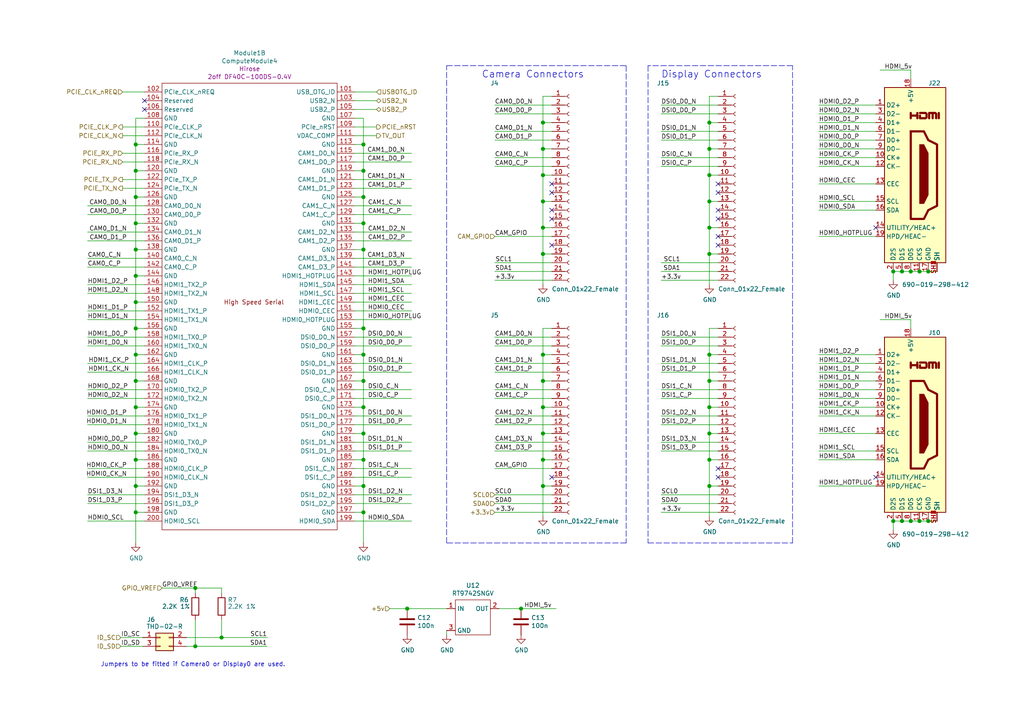
<source format=kicad_sch>
(kicad_sch (version 20210126) (generator eeschema)
  (paper "A4")
  (title_block (title "Compute Module 4 IO Board - CM4 - Highspeed") (rev "1") (company "(c) Raspberry Pi Trading 2020") (comment 1 "www.raspberrypi.org"))
  (junction (at 39.37 41.91) (diameter 1.016))
  (junction (at 39.37 49.53) (diameter 1.016))
  (junction (at 39.37 57.15) (diameter 1.016))
  (junction (at 39.37 64.77) (diameter 1.016))
  (junction (at 39.37 72.39) (diameter 1.016))
  (junction (at 39.37 80.01) (diameter 1.016))
  (junction (at 39.37 87.63) (diameter 1.016))
  (junction (at 39.37 95.25) (diameter 1.016))
  (junction (at 39.37 102.87) (diameter 1.016))
  (junction (at 39.37 110.49) (diameter 1.016))
  (junction (at 39.37 118.11) (diameter 1.016))
  (junction (at 39.37 125.73) (diameter 1.016))
  (junction (at 39.37 133.35) (diameter 1.016))
  (junction (at 39.37 140.97) (diameter 1.016))
  (junction (at 39.37 148.59) (diameter 1.016))
  (junction (at 56.642 170.561) (diameter 1.016))
  (junction (at 56.642 187.452) (diameter 1.016))
  (junction (at 64.262 184.912) (diameter 1.016))
  (junction (at 105.41 41.91) (diameter 1.016))
  (junction (at 105.41 49.53) (diameter 1.016))
  (junction (at 105.41 57.15) (diameter 1.016))
  (junction (at 105.41 64.77) (diameter 1.016))
  (junction (at 105.41 72.39) (diameter 1.016))
  (junction (at 105.41 95.25) (diameter 1.016))
  (junction (at 105.41 102.87) (diameter 1.016))
  (junction (at 105.41 110.49) (diameter 1.016))
  (junction (at 105.41 118.11) (diameter 1.016))
  (junction (at 105.41 125.73) (diameter 1.016))
  (junction (at 105.41 133.35) (diameter 1.016))
  (junction (at 105.41 140.97) (diameter 1.016))
  (junction (at 105.41 148.59) (diameter 1.016))
  (junction (at 118.11 176.53) (diameter 1.016))
  (junction (at 151.13 176.53) (diameter 1.016))
  (junction (at 157.48 35.56) (diameter 1.016))
  (junction (at 157.48 43.18) (diameter 1.016))
  (junction (at 157.48 50.8) (diameter 1.016))
  (junction (at 157.48 58.42) (diameter 1.016))
  (junction (at 157.48 66.04) (diameter 1.016))
  (junction (at 157.48 73.66) (diameter 1.016))
  (junction (at 157.48 102.87) (diameter 1.016))
  (junction (at 157.48 110.49) (diameter 1.016))
  (junction (at 157.48 118.11) (diameter 1.016))
  (junction (at 157.48 125.73) (diameter 1.016))
  (junction (at 157.48 133.35) (diameter 1.016))
  (junction (at 157.48 140.97) (diameter 1.016))
  (junction (at 205.74 35.56) (diameter 1.016))
  (junction (at 205.74 43.18) (diameter 1.016))
  (junction (at 205.74 50.8) (diameter 1.016))
  (junction (at 205.74 58.42) (diameter 1.016))
  (junction (at 205.74 66.04) (diameter 1.016))
  (junction (at 205.74 73.66) (diameter 1.016))
  (junction (at 205.74 102.87) (diameter 1.016))
  (junction (at 205.74 110.49) (diameter 1.016))
  (junction (at 205.74 118.11) (diameter 1.016))
  (junction (at 205.74 125.73) (diameter 1.016))
  (junction (at 205.74 133.35) (diameter 1.016))
  (junction (at 205.74 140.97) (diameter 1.016))
  (junction (at 259.08 78.74) (diameter 1.016))
  (junction (at 259.08 151.13) (diameter 1.016))
  (junction (at 261.62 78.74) (diameter 1.016))
  (junction (at 261.62 151.13) (diameter 1.016))
  (junction (at 264.16 78.74) (diameter 1.016))
  (junction (at 264.16 151.13) (diameter 1.016))
  (junction (at 266.7 78.74) (diameter 1.016))
  (junction (at 266.7 151.13) (diameter 1.016))
  (junction (at 269.24 78.74) (diameter 1.016))
  (junction (at 269.24 151.13) (diameter 1.016))
  (no_connect (at 41.91 29.21))
  (no_connect (at 41.91 31.75))
  (no_connect (at 160.02 53.34))
  (no_connect (at 160.02 55.88))
  (no_connect (at 160.02 60.96))
  (no_connect (at 160.02 63.5))
  (no_connect (at 160.02 71.12))
  (no_connect (at 160.02 138.43))
  (no_connect (at 208.28 53.34))
  (no_connect (at 208.28 55.88))
  (no_connect (at 208.28 60.96))
  (no_connect (at 208.28 63.5))
  (no_connect (at 208.28 68.58))
  (no_connect (at 208.28 71.12))
  (no_connect (at 208.28 135.89))
  (no_connect (at 208.28 138.43))
  (no_connect (at 254 66.04))
  (no_connect (at 254 138.43))
  (wire (pts (xy 25.4 74.93) (xy 41.91 74.93)))
  (wire (pts (xy 25.4 77.47) (xy 41.91 77.47)))
  (wire (pts (xy 25.4 82.55) (xy 41.91 82.55)))
  (wire (pts (xy 25.4 85.09) (xy 41.91 85.09)))
  (wire (pts (xy 25.4 90.17) (xy 41.91 90.17)))
  (wire (pts (xy 25.4 92.71) (xy 41.91 92.71)))
  (wire (pts (xy 25.4 97.79) (xy 41.91 97.79)))
  (wire (pts (xy 25.4 100.33) (xy 41.91 100.33)))
  (wire (pts (xy 25.4 113.03) (xy 41.91 113.03)))
  (wire (pts (xy 25.4 115.57) (xy 41.91 115.57)))
  (wire (pts (xy 25.4 128.27) (xy 41.91 128.27)))
  (wire (pts (xy 25.4 130.81) (xy 41.91 130.81)))
  (wire (pts (xy 25.4 143.51) (xy 41.91 143.51)))
  (wire (pts (xy 25.4 146.05) (xy 41.91 146.05)))
  (wire (pts (xy 25.4 151.13) (xy 41.91 151.13)))
  (wire (pts (xy 35.052 184.912) (xy 41.402 184.912)))
  (wire (pts (xy 35.052 187.452) (xy 41.402 187.452)))
  (wire (pts (xy 35.56 26.67) (xy 41.91 26.67)))
  (wire (pts (xy 35.56 36.83) (xy 41.91 36.83)))
  (wire (pts (xy 35.56 39.37) (xy 41.91 39.37)))
  (wire (pts (xy 35.56 52.07) (xy 41.91 52.07)))
  (wire (pts (xy 35.56 54.61) (xy 41.91 54.61)))
  (wire (pts (xy 39.37 34.29) (xy 39.37 41.91)))
  (wire (pts (xy 39.37 41.91) (xy 39.37 49.53)))
  (wire (pts (xy 39.37 41.91) (xy 41.91 41.91)))
  (wire (pts (xy 39.37 49.53) (xy 39.37 57.15)))
  (wire (pts (xy 39.37 49.53) (xy 41.91 49.53)))
  (wire (pts (xy 39.37 57.15) (xy 39.37 64.77)))
  (wire (pts (xy 39.37 57.15) (xy 41.91 57.15)))
  (wire (pts (xy 39.37 64.77) (xy 39.37 72.39)))
  (wire (pts (xy 39.37 64.77) (xy 41.91 64.77)))
  (wire (pts (xy 39.37 72.39) (xy 39.37 80.01)))
  (wire (pts (xy 39.37 72.39) (xy 41.91 72.39)))
  (wire (pts (xy 39.37 80.01) (xy 39.37 87.63)))
  (wire (pts (xy 39.37 80.01) (xy 41.91 80.01)))
  (wire (pts (xy 39.37 87.63) (xy 39.37 95.25)))
  (wire (pts (xy 39.37 87.63) (xy 41.91 87.63)))
  (wire (pts (xy 39.37 95.25) (xy 39.37 102.87)))
  (wire (pts (xy 39.37 95.25) (xy 41.91 95.25)))
  (wire (pts (xy 39.37 102.87) (xy 39.37 110.49)))
  (wire (pts (xy 39.37 102.87) (xy 41.91 102.87)))
  (wire (pts (xy 39.37 110.49) (xy 39.37 118.11)))
  (wire (pts (xy 39.37 110.49) (xy 41.91 110.49)))
  (wire (pts (xy 39.37 118.11) (xy 39.37 125.73)))
  (wire (pts (xy 39.37 118.11) (xy 41.91 118.11)))
  (wire (pts (xy 39.37 125.73) (xy 39.37 133.35)))
  (wire (pts (xy 39.37 125.73) (xy 41.91 125.73)))
  (wire (pts (xy 39.37 133.35) (xy 39.37 140.97)))
  (wire (pts (xy 39.37 133.35) (xy 41.91 133.35)))
  (wire (pts (xy 39.37 140.97) (xy 39.37 148.59)))
  (wire (pts (xy 39.37 148.59) (xy 39.37 157.48)))
  (wire (pts (xy 41.91 34.29) (xy 39.37 34.29)))
  (wire (pts (xy 41.91 44.45) (xy 35.56 44.45)))
  (wire (pts (xy 41.91 46.99) (xy 35.56 46.99)))
  (wire (pts (xy 41.91 59.69) (xy 25.4 59.69)))
  (wire (pts (xy 41.91 62.23) (xy 25.4 62.23)))
  (wire (pts (xy 41.91 67.31) (xy 25.4 67.31)))
  (wire (pts (xy 41.91 69.85) (xy 25.4 69.85)))
  (wire (pts (xy 41.91 105.41) (xy 25.4 105.41)))
  (wire (pts (xy 41.91 107.95) (xy 25.4 107.95)))
  (wire (pts (xy 41.91 120.65) (xy 25.4 120.65)))
  (wire (pts (xy 41.91 123.19) (xy 25.4 123.19)))
  (wire (pts (xy 41.91 135.89) (xy 25.4 135.89)))
  (wire (pts (xy 41.91 138.43) (xy 25.4 138.43)))
  (wire (pts (xy 41.91 140.97) (xy 39.37 140.97)))
  (wire (pts (xy 41.91 148.59) (xy 39.37 148.59)))
  (wire (pts (xy 46.99 170.561) (xy 56.642 170.561)))
  (wire (pts (xy 54.102 184.912) (xy 64.262 184.912)))
  (wire (pts (xy 54.102 187.452) (xy 56.642 187.452)))
  (wire (pts (xy 56.642 170.561) (xy 56.642 172.085)))
  (wire (pts (xy 56.642 170.561) (xy 64.262 170.561)))
  (wire (pts (xy 56.642 179.705) (xy 56.642 187.452)))
  (wire (pts (xy 56.642 187.452) (xy 77.47 187.452)))
  (wire (pts (xy 64.262 170.561) (xy 64.262 172.085)))
  (wire (pts (xy 64.262 179.705) (xy 64.262 184.912)))
  (wire (pts (xy 64.262 184.912) (xy 77.597 184.912)))
  (wire (pts (xy 102.87 29.21) (xy 109.22 29.21)))
  (wire (pts (xy 102.87 31.75) (xy 109.22 31.75)))
  (wire (pts (xy 102.87 36.83) (xy 109.22 36.83)))
  (wire (pts (xy 102.87 39.37) (xy 109.22 39.37)))
  (wire (pts (xy 102.87 41.91) (xy 105.41 41.91)))
  (wire (pts (xy 102.87 49.53) (xy 105.41 49.53)))
  (wire (pts (xy 102.87 57.15) (xy 105.41 57.15)))
  (wire (pts (xy 102.87 59.69) (xy 119.38 59.69)))
  (wire (pts (xy 102.87 62.23) (xy 119.38 62.23)))
  (wire (pts (xy 102.87 64.77) (xy 105.41 64.77)))
  (wire (pts (xy 102.87 67.31) (xy 119.38 67.31)))
  (wire (pts (xy 102.87 69.85) (xy 119.38 69.85)))
  (wire (pts (xy 102.87 72.39) (xy 105.41 72.39)))
  (wire (pts (xy 102.87 80.01) (xy 119.38 80.01)))
  (wire (pts (xy 102.87 82.55) (xy 119.38 82.55)))
  (wire (pts (xy 102.87 85.09) (xy 119.38 85.09)))
  (wire (pts (xy 102.87 87.63) (xy 119.38 87.63)))
  (wire (pts (xy 102.87 90.17) (xy 119.38 90.17)))
  (wire (pts (xy 102.87 92.71) (xy 119.38 92.71)))
  (wire (pts (xy 102.87 95.25) (xy 105.41 95.25)))
  (wire (pts (xy 102.87 102.87) (xy 105.41 102.87)))
  (wire (pts (xy 102.87 105.41) (xy 119.38 105.41)))
  (wire (pts (xy 102.87 107.95) (xy 119.38 107.95)))
  (wire (pts (xy 102.87 110.49) (xy 105.41 110.49)))
  (wire (pts (xy 102.87 113.03) (xy 119.38 113.03)))
  (wire (pts (xy 102.87 115.57) (xy 119.38 115.57)))
  (wire (pts (xy 102.87 118.11) (xy 105.41 118.11)))
  (wire (pts (xy 102.87 125.73) (xy 105.41 125.73)))
  (wire (pts (xy 102.87 133.35) (xy 105.41 133.35)))
  (wire (pts (xy 102.87 135.89) (xy 119.38 135.89)))
  (wire (pts (xy 102.87 138.43) (xy 119.38 138.43)))
  (wire (pts (xy 102.87 140.97) (xy 105.41 140.97)))
  (wire (pts (xy 102.87 143.51) (xy 119.38 143.51)))
  (wire (pts (xy 102.87 146.05) (xy 119.38 146.05)))
  (wire (pts (xy 102.87 148.59) (xy 105.41 148.59)))
  (wire (pts (xy 102.87 151.13) (xy 119.38 151.13)))
  (wire (pts (xy 105.41 34.29) (xy 102.87 34.29)))
  (wire (pts (xy 105.41 41.91) (xy 105.41 34.29)))
  (wire (pts (xy 105.41 49.53) (xy 105.41 41.91)))
  (wire (pts (xy 105.41 57.15) (xy 105.41 49.53)))
  (wire (pts (xy 105.41 64.77) (xy 105.41 57.15)))
  (wire (pts (xy 105.41 72.39) (xy 105.41 64.77)))
  (wire (pts (xy 105.41 72.39) (xy 105.41 95.25)))
  (wire (pts (xy 105.41 95.25) (xy 105.41 102.87)))
  (wire (pts (xy 105.41 102.87) (xy 105.41 110.49)))
  (wire (pts (xy 105.41 110.49) (xy 105.41 118.11)))
  (wire (pts (xy 105.41 118.11) (xy 105.41 125.73)))
  (wire (pts (xy 105.41 125.73) (xy 105.41 133.35)))
  (wire (pts (xy 105.41 133.35) (xy 105.41 140.97)))
  (wire (pts (xy 105.41 140.97) (xy 105.41 148.59)))
  (wire (pts (xy 105.41 148.59) (xy 105.41 157.48)))
  (wire (pts (xy 109.22 26.67) (xy 102.87 26.67)))
  (wire (pts (xy 113.03 176.53) (xy 118.11 176.53)))
  (wire (pts (xy 118.11 176.53) (xy 129.54 176.53)))
  (wire (pts (xy 119.38 44.45) (xy 102.87 44.45)))
  (wire (pts (xy 119.38 46.99) (xy 102.87 46.99)))
  (wire (pts (xy 119.38 52.07) (xy 102.87 52.07)))
  (wire (pts (xy 119.38 54.61) (xy 102.87 54.61)))
  (wire (pts (xy 119.38 74.93) (xy 102.87 74.93)))
  (wire (pts (xy 119.38 77.47) (xy 102.87 77.47)))
  (wire (pts (xy 119.38 97.79) (xy 102.87 97.79)))
  (wire (pts (xy 119.38 100.33) (xy 102.87 100.33)))
  (wire (pts (xy 119.38 120.65) (xy 102.87 120.65)))
  (wire (pts (xy 119.38 123.19) (xy 102.87 123.19)))
  (wire (pts (xy 119.38 128.27) (xy 102.87 128.27)))
  (wire (pts (xy 119.38 130.81) (xy 102.87 130.81)))
  (wire (pts (xy 129.54 182.88) (xy 129.54 184.15)))
  (wire (pts (xy 143.51 30.48) (xy 160.02 30.48)))
  (wire (pts (xy 143.51 33.02) (xy 160.02 33.02)))
  (wire (pts (xy 143.51 38.1) (xy 160.02 38.1)))
  (wire (pts (xy 143.51 40.64) (xy 160.02 40.64)))
  (wire (pts (xy 143.51 45.72) (xy 160.02 45.72)))
  (wire (pts (xy 143.51 48.26) (xy 160.02 48.26)))
  (wire (pts (xy 143.51 97.79) (xy 160.02 97.79)))
  (wire (pts (xy 143.51 100.33) (xy 160.02 100.33)))
  (wire (pts (xy 143.51 105.41) (xy 160.02 105.41)))
  (wire (pts (xy 143.51 107.95) (xy 160.02 107.95)))
  (wire (pts (xy 143.51 113.03) (xy 160.02 113.03)))
  (wire (pts (xy 143.51 115.57) (xy 160.02 115.57)))
  (wire (pts (xy 143.51 120.65) (xy 160.02 120.65)))
  (wire (pts (xy 143.51 123.19) (xy 160.02 123.19)))
  (wire (pts (xy 143.51 128.27) (xy 160.02 128.27)))
  (wire (pts (xy 143.51 130.81) (xy 160.02 130.81)))
  (wire (pts (xy 143.51 135.89) (xy 160.02 135.89)))
  (wire (pts (xy 144.78 176.53) (xy 151.13 176.53)))
  (wire (pts (xy 151.13 176.53) (xy 161.29 176.53)))
  (wire (pts (xy 157.48 27.94) (xy 157.48 35.56)))
  (wire (pts (xy 157.48 35.56) (xy 157.48 43.18)))
  (wire (pts (xy 157.48 35.56) (xy 160.02 35.56)))
  (wire (pts (xy 157.48 43.18) (xy 157.48 50.8)))
  (wire (pts (xy 157.48 43.18) (xy 160.02 43.18)))
  (wire (pts (xy 157.48 50.8) (xy 157.48 58.42)))
  (wire (pts (xy 157.48 50.8) (xy 160.02 50.8)))
  (wire (pts (xy 157.48 58.42) (xy 157.48 66.04)))
  (wire (pts (xy 157.48 58.42) (xy 160.02 58.42)))
  (wire (pts (xy 157.48 66.04) (xy 157.48 73.66)))
  (wire (pts (xy 157.48 66.04) (xy 160.02 66.04)))
  (wire (pts (xy 157.48 73.66) (xy 157.48 82.55)))
  (wire (pts (xy 157.48 73.66) (xy 160.02 73.66)))
  (wire (pts (xy 157.48 95.25) (xy 157.48 102.87)))
  (wire (pts (xy 157.48 102.87) (xy 157.48 110.49)))
  (wire (pts (xy 157.48 102.87) (xy 160.02 102.87)))
  (wire (pts (xy 157.48 110.49) (xy 157.48 118.11)))
  (wire (pts (xy 157.48 110.49) (xy 160.02 110.49)))
  (wire (pts (xy 157.48 118.11) (xy 157.48 125.73)))
  (wire (pts (xy 157.48 118.11) (xy 160.02 118.11)))
  (wire (pts (xy 157.48 125.73) (xy 157.48 133.35)))
  (wire (pts (xy 157.48 125.73) (xy 160.02 125.73)))
  (wire (pts (xy 157.48 133.35) (xy 157.48 140.97)))
  (wire (pts (xy 157.48 133.35) (xy 160.02 133.35)))
  (wire (pts (xy 157.48 140.97) (xy 157.48 149.86)))
  (wire (pts (xy 157.48 140.97) (xy 160.02 140.97)))
  (wire (pts (xy 160.02 27.94) (xy 157.48 27.94)))
  (wire (pts (xy 160.02 68.58) (xy 143.51 68.58)))
  (wire (pts (xy 160.02 76.2) (xy 143.51 76.2)))
  (wire (pts (xy 160.02 78.74) (xy 143.51 78.74)))
  (wire (pts (xy 160.02 81.28) (xy 143.51 81.28)))
  (wire (pts (xy 160.02 95.25) (xy 157.48 95.25)))
  (wire (pts (xy 160.02 143.51) (xy 143.51 143.51)))
  (wire (pts (xy 160.02 146.05) (xy 143.51 146.05)))
  (wire (pts (xy 160.02 148.59) (xy 143.51 148.59)))
  (wire (pts (xy 191.77 30.48) (xy 208.28 30.48)))
  (wire (pts (xy 191.77 33.02) (xy 208.28 33.02)))
  (wire (pts (xy 191.77 38.1) (xy 208.28 38.1)))
  (wire (pts (xy 191.77 40.64) (xy 208.28 40.64)))
  (wire (pts (xy 191.77 45.72) (xy 208.28 45.72)))
  (wire (pts (xy 191.77 48.26) (xy 208.28 48.26)))
  (wire (pts (xy 191.77 97.79) (xy 208.28 97.79)))
  (wire (pts (xy 191.77 100.33) (xy 208.28 100.33)))
  (wire (pts (xy 191.77 105.41) (xy 208.28 105.41)))
  (wire (pts (xy 191.77 107.95) (xy 208.28 107.95)))
  (wire (pts (xy 191.77 113.03) (xy 208.28 113.03)))
  (wire (pts (xy 191.77 115.57) (xy 208.28 115.57)))
  (wire (pts (xy 191.77 120.65) (xy 208.28 120.65)))
  (wire (pts (xy 191.77 123.19) (xy 208.28 123.19)))
  (wire (pts (xy 191.77 128.27) (xy 208.28 128.27)))
  (wire (pts (xy 191.77 130.81) (xy 208.28 130.81)))
  (wire (pts (xy 205.74 27.94) (xy 205.74 35.56)))
  (wire (pts (xy 205.74 35.56) (xy 205.74 43.18)))
  (wire (pts (xy 205.74 35.56) (xy 208.28 35.56)))
  (wire (pts (xy 205.74 43.18) (xy 205.74 50.8)))
  (wire (pts (xy 205.74 43.18) (xy 208.28 43.18)))
  (wire (pts (xy 205.74 50.8) (xy 205.74 58.42)))
  (wire (pts (xy 205.74 50.8) (xy 208.28 50.8)))
  (wire (pts (xy 205.74 58.42) (xy 205.74 66.04)))
  (wire (pts (xy 205.74 58.42) (xy 208.28 58.42)))
  (wire (pts (xy 205.74 66.04) (xy 205.74 73.66)))
  (wire (pts (xy 205.74 66.04) (xy 208.28 66.04)))
  (wire (pts (xy 205.74 73.66) (xy 205.74 82.55)))
  (wire (pts (xy 205.74 73.66) (xy 208.28 73.66)))
  (wire (pts (xy 205.74 95.25) (xy 205.74 102.87)))
  (wire (pts (xy 205.74 102.87) (xy 205.74 110.49)))
  (wire (pts (xy 205.74 102.87) (xy 208.28 102.87)))
  (wire (pts (xy 205.74 110.49) (xy 205.74 118.11)))
  (wire (pts (xy 205.74 110.49) (xy 208.28 110.49)))
  (wire (pts (xy 205.74 118.11) (xy 205.74 125.73)))
  (wire (pts (xy 205.74 118.11) (xy 208.28 118.11)))
  (wire (pts (xy 205.74 125.73) (xy 205.74 133.35)))
  (wire (pts (xy 205.74 125.73) (xy 208.28 125.73)))
  (wire (pts (xy 205.74 133.35) (xy 205.74 140.97)))
  (wire (pts (xy 205.74 133.35) (xy 208.28 133.35)))
  (wire (pts (xy 205.74 140.97) (xy 205.74 149.86)))
  (wire (pts (xy 205.74 140.97) (xy 208.28 140.97)))
  (wire (pts (xy 208.28 27.94) (xy 205.74 27.94)))
  (wire (pts (xy 208.28 76.2) (xy 191.77 76.2)))
  (wire (pts (xy 208.28 78.74) (xy 191.77 78.74)))
  (wire (pts (xy 208.28 81.28) (xy 191.77 81.28)))
  (wire (pts (xy 208.28 95.25) (xy 205.74 95.25)))
  (wire (pts (xy 208.28 143.51) (xy 191.77 143.51)))
  (wire (pts (xy 208.28 146.05) (xy 191.77 146.05)))
  (wire (pts (xy 208.28 148.59) (xy 191.77 148.59)))
  (wire (pts (xy 237.49 30.48) (xy 254 30.48)))
  (wire (pts (xy 237.49 33.02) (xy 254 33.02)))
  (wire (pts (xy 237.49 35.56) (xy 254 35.56)))
  (wire (pts (xy 237.49 38.1) (xy 254 38.1)))
  (wire (pts (xy 237.49 40.64) (xy 254 40.64)))
  (wire (pts (xy 237.49 43.18) (xy 254 43.18)))
  (wire (pts (xy 237.49 45.72) (xy 254 45.72)))
  (wire (pts (xy 237.49 48.26) (xy 254 48.26)))
  (wire (pts (xy 237.49 53.34) (xy 254 53.34)))
  (wire (pts (xy 237.49 58.42) (xy 254 58.42)))
  (wire (pts (xy 237.49 60.96) (xy 254 60.96)))
  (wire (pts (xy 237.49 68.58) (xy 254 68.58)))
  (wire (pts (xy 237.49 102.87) (xy 254 102.87)))
  (wire (pts (xy 237.49 105.41) (xy 254 105.41)))
  (wire (pts (xy 237.49 107.95) (xy 254 107.95)))
  (wire (pts (xy 237.49 110.49) (xy 254 110.49)))
  (wire (pts (xy 237.49 113.03) (xy 254 113.03)))
  (wire (pts (xy 237.49 115.57) (xy 254 115.57)))
  (wire (pts (xy 237.49 118.11) (xy 254 118.11)))
  (wire (pts (xy 237.49 120.65) (xy 254 120.65)))
  (wire (pts (xy 237.49 125.73) (xy 254 125.73)))
  (wire (pts (xy 237.49 130.81) (xy 254 130.81)))
  (wire (pts (xy 237.49 133.35) (xy 254 133.35)))
  (wire (pts (xy 237.49 140.97) (xy 254 140.97)))
  (wire (pts (xy 255.27 20.32) (xy 264.16 20.32)))
  (wire (pts (xy 255.27 92.71) (xy 264.16 92.71)))
  (wire (pts (xy 259.08 78.74) (xy 259.08 81.28)))
  (wire (pts (xy 259.08 78.74) (xy 261.62 78.74)))
  (wire (pts (xy 259.08 151.13) (xy 259.08 153.67)))
  (wire (pts (xy 259.08 151.13) (xy 261.62 151.13)))
  (wire (pts (xy 261.62 78.74) (xy 264.16 78.74)))
  (wire (pts (xy 261.62 151.13) (xy 264.16 151.13)))
  (wire (pts (xy 264.16 20.32) (xy 264.16 22.86)))
  (wire (pts (xy 264.16 78.74) (xy 266.7 78.74)))
  (wire (pts (xy 264.16 92.71) (xy 264.16 95.25)))
  (wire (pts (xy 264.16 151.13) (xy 266.7 151.13)))
  (wire (pts (xy 266.7 78.74) (xy 269.24 78.74)))
  (wire (pts (xy 266.7 151.13) (xy 269.24 151.13)))
  (wire (pts (xy 269.24 78.74) (xy 271.78 78.74)))
  (wire (pts (xy 269.24 151.13) (xy 271.78 151.13)))
  (polyline (pts (xy 129.54 19.05) (xy 181.61 19.05)) (stroke (width 0) (type dash)))
  (polyline (pts (xy 129.54 157.48) (xy 129.54 19.05)) (stroke (width 0) (type dash)))
  (polyline (pts (xy 181.61 19.05) (xy 181.61 157.48)) (stroke (width 0) (type dash)))
  (polyline (pts (xy 181.61 157.48) (xy 129.54 157.48)) (stroke (width 0) (type dash)))
  (polyline (pts (xy 187.96 19.05) (xy 187.96 157.48)) (stroke (width 0) (type dash)))
  (polyline (pts (xy 187.96 157.48) (xy 229.87 157.48)) (stroke (width 0) (type dash)))
  (polyline (pts (xy 229.87 19.05) (xy 187.96 19.05)) (stroke (width 0) (type dash)))
  (polyline (pts (xy 229.87 157.48) (xy 229.87 19.05)) (stroke (width 0) (type dash)))
  (text "Jumpers to be fitted if Camera0 or Display0 are used.\n" (at 82.804 193.548 0) (effects (font (size 1.27 1.27)) (justify right bottom)))
  (text "Camera Connectors" (at 139.7 22.86 0) (effects (font (size 2.0066 2.0066)) (justify left bottom)))
  (text "Display Connectors" (at 191.77 22.86 0) (effects (font (size 2.0066 2.0066)) (justify left bottom)))
  (label "CAM0_C_N" (at 25.4 74.93 0))
  (label "CAM0_C_P" (at 25.4 77.47 0))
  (label "HDMI1_D2_P" (at 25.4 82.55 0))
  (label "HDMI1_D2_N" (at 25.4 85.09 0))
  (label "HDMI1_D1_P" (at 25.4 90.17 0))
  (label "HDMI1_D1_N" (at 25.4 92.71 0))
  (label "HDMI1_D0_P" (at 25.4 97.79 0))
  (label "HDMI1_D0_N" (at 25.4 100.33 0))
  (label "HDMI0_D2_P" (at 25.4 113.03 0))
  (label "HDMI0_D2_N" (at 25.4 115.57 0))
  (label "HDMI0_D0_P" (at 25.4 128.27 0))
  (label "HDMI0_D0_N" (at 25.4 130.81 0))
  (label "DSI1_D3_N" (at 25.4 143.51 0))
  (label "DSI1_D3_P" (at 25.4 146.05 0))
  (label "HDMI0_SCL" (at 25.4 151.13 0))
  (label "CAM0_D0_N" (at 36.83 59.69 180))
  (label "CAM0_D0_P" (at 36.83 62.23 180))
  (label "CAM0_D1_N" (at 36.83 67.31 180))
  (label "CAM0_D1_P" (at 36.83 69.85 180))
  (label "HDMI0_D1_P" (at 36.83 120.65 180))
  (label "HDMI0_D1_N" (at 36.83 123.19 180))
  (label "HDMI0_CK_P" (at 36.83 135.89 180))
  (label "HDMI0_CK_N" (at 36.83 138.43 180))
  (label "HDMI1_CK_P" (at 37.465 105.41 180))
  (label "HDMI1_CK_N" (at 37.465 107.95 180))
  (label "ID_SC" (at 40.64 184.912 180))
  (label "ID_SD" (at 40.64 187.452 180))
  (label "GPIO_VREF" (at 46.99 170.561 0))
  (label "SCL1" (at 77.47 184.912 180))
  (label "SDA1" (at 77.47 187.452 180))
  (label "CAM1_C_N" (at 106.68 59.69 0))
  (label "CAM1_C_P" (at 106.68 62.23 0))
  (label "CAM1_D2_N" (at 106.68 67.31 0))
  (label "CAM1_D2_P" (at 106.68 69.85 0))
  (label "HDMI1_HOTPLUG" (at 106.68 80.01 0))
  (label "HDMI1_SDA" (at 106.68 82.55 0))
  (label "HDMI1_SCL" (at 106.68 85.09 0))
  (label "HDMI1_CEC" (at 106.68 87.63 0))
  (label "HDMI0_CEC" (at 106.68 90.17 0))
  (label "HDMI0_HOTPLUG" (at 106.68 92.71 0))
  (label "DSI0_D1_N" (at 106.68 105.41 0))
  (label "DSI0_D1_P" (at 106.68 107.95 0))
  (label "DSI0_C_N" (at 106.68 113.03 0))
  (label "DSI0_C_P" (at 106.68 115.57 0))
  (label "DSI1_C_N" (at 106.68 135.89 0))
  (label "DSI1_C_P" (at 106.68 138.43 0))
  (label "DSI1_D2_N" (at 106.68 143.51 0))
  (label "DSI1_D2_P" (at 106.68 146.05 0))
  (label "HDMI0_SDA" (at 106.68 151.13 0))
  (label "DSI0_D0_N" (at 116.84 97.79 180))
  (label "DSI0_D0_P" (at 116.84 100.33 180))
  (label "DSI1_D0_N" (at 116.84 120.65 180))
  (label "DSI1_D0_P" (at 116.84 123.19 180))
  (label "DSI1_D1_N" (at 116.84 128.27 180))
  (label "DSI1_D1_P" (at 116.84 130.81 180))
  (label "CAM1_D0_N" (at 117.475 44.45 180))
  (label "CAM1_D0_P" (at 117.475 46.99 180))
  (label "CAM1_D1_N" (at 117.475 52.07 180))
  (label "CAM1_D1_P" (at 117.475 54.61 180))
  (label "CAM1_D3_N" (at 117.475 74.93 180))
  (label "CAM1_D3_P" (at 117.475 77.47 180))
  (label "CAM0_D0_N" (at 143.51 30.48 0))
  (label "CAM0_D0_P" (at 143.51 33.02 0))
  (label "CAM0_D1_N" (at 143.51 38.1 0))
  (label "CAM0_D1_P" (at 143.51 40.64 0))
  (label "CAM0_C_N" (at 143.51 45.72 0))
  (label "CAM0_C_P" (at 143.51 48.26 0))
  (label "CAM_GPIO" (at 143.51 68.58 0))
  (label "+3.3v" (at 143.51 81.28 0))
  (label "CAM1_D0_N" (at 143.51 97.79 0))
  (label "CAM1_D0_P" (at 143.51 100.33 0))
  (label "CAM1_D1_N" (at 143.51 105.41 0))
  (label "CAM1_D1_P" (at 143.51 107.95 0))
  (label "CAM1_C_N" (at 143.51 113.03 0))
  (label "CAM1_C_P" (at 143.51 115.57 0))
  (label "CAM1_D2_N" (at 143.51 120.65 0))
  (label "CAM1_D2_P" (at 143.51 123.19 0))
  (label "CAM1_D3_N" (at 143.51 128.27 0))
  (label "CAM1_D3_P" (at 143.51 130.81 0))
  (label "CAM_GPIO" (at 143.51 135.89 0))
  (label "SCL0" (at 143.51 143.51 0))
  (label "SDA0" (at 143.51 146.05 0))
  (label "+3.3v" (at 143.51 148.59 0))
  (label "SCL1" (at 148.59 76.2 180))
  (label "SDA1" (at 148.59 78.74 180))
  (label "HDMI_5v" (at 160.02 176.53 180))
  (label "DSI0_D0_N" (at 191.77 30.48 0))
  (label "DSI0_D0_P" (at 191.77 33.02 0))
  (label "DSI0_D1_N" (at 191.77 38.1 0))
  (label "DSI0_D1_P" (at 191.77 40.64 0))
  (label "DSI0_C_N" (at 191.77 45.72 0))
  (label "DSI0_C_P" (at 191.77 48.26 0))
  (label "+3.3v" (at 191.77 81.28 0))
  (label "DSI1_D0_N" (at 191.77 97.79 0))
  (label "DSI1_D0_P" (at 191.77 100.33 0))
  (label "DSI1_D1_N" (at 191.77 105.41 0))
  (label "DSI1_D1_P" (at 191.77 107.95 0))
  (label "DSI1_C_N" (at 191.77 113.03 0))
  (label "DSI1_C_P" (at 191.77 115.57 0))
  (label "DSI1_D2_N" (at 191.77 120.65 0))
  (label "DSI1_D2_P" (at 191.77 123.19 0))
  (label "DSI1_D3_N" (at 191.77 128.27 0))
  (label "DSI1_D3_P" (at 191.77 130.81 0))
  (label "SCL0" (at 191.77 143.51 0))
  (label "SDA0" (at 191.77 146.05 0))
  (label "+3.3v" (at 191.77 148.59 0))
  (label "SCL1" (at 197.358 76.2 180))
  (label "SDA1" (at 197.358 78.74 180))
  (label "HDMI0_D2_P" (at 237.49 30.48 0))
  (label "HDMI0_D2_N" (at 237.49 33.02 0))
  (label "HDMI0_D1_P" (at 237.49 35.56 0))
  (label "HDMI0_D1_N" (at 237.49 38.1 0))
  (label "HDMI0_D0_P" (at 237.49 40.64 0))
  (label "HDMI0_D0_N" (at 237.49 43.18 0))
  (label "HDMI0_CK_P" (at 237.49 45.72 0))
  (label "HDMI0_CK_N" (at 237.49 48.26 0))
  (label "HDMI0_CEC" (at 237.49 53.34 0))
  (label "HDMI0_SCL" (at 237.49 58.42 0))
  (label "HDMI0_SDA" (at 237.49 60.96 0))
  (label "HDMI0_HOTPLUG" (at 237.49 68.58 0))
  (label "HDMI1_D2_P" (at 237.49 102.87 0))
  (label "HDMI1_D2_N" (at 237.49 105.41 0))
  (label "HDMI1_D1_P" (at 237.49 107.95 0))
  (label "HDMI1_D1_N" (at 237.49 110.49 0))
  (label "HDMI1_D0_P" (at 237.49 113.03 0))
  (label "HDMI1_D0_N" (at 237.49 115.57 0))
  (label "HDMI1_CK_P" (at 237.49 118.11 0))
  (label "HDMI1_CK_N" (at 237.49 120.65 0))
  (label "HDMI1_CEC" (at 237.49 125.73 0))
  (label "HDMI1_SCL" (at 237.49 130.81 0))
  (label "HDMI1_SDA" (at 237.49 133.35 0))
  (label "HDMI1_HOTPLUG" (at 237.49 140.97 0))
  (label "HDMI_5v" (at 256.54 20.32 0))
  (label "HDMI_5v" (at 256.54 92.71 0))
  (hierarchical_label "ID_SC" (shape input) (at 35.052 184.912 180))
  (hierarchical_label "ID_SD" (shape input) (at 35.052 187.452 180))
  (hierarchical_label "PCIE_CLK_nREQ" (shape input) (at 35.56 26.67 180))
  (hierarchical_label "PCIE_CLK_P" (shape output) (at 35.56 36.83 180))
  (hierarchical_label "PCIE_CLK_N" (shape output) (at 35.56 39.37 180))
  (hierarchical_label "PCIE_RX_P" (shape input) (at 35.56 44.45 180))
  (hierarchical_label "PCIE_RX_N" (shape input) (at 35.56 46.99 180))
  (hierarchical_label "PCIE_TX_P" (shape output) (at 35.56 52.07 180))
  (hierarchical_label "PCIE_TX_N" (shape output) (at 35.56 54.61 180))
  (hierarchical_label "GPIO_VREF" (shape input) (at 46.99 170.561 180))
  (hierarchical_label "USBOTG_ID" (shape input) (at 109.22 26.67 0))
  (hierarchical_label "USB2_N" (shape bidirectional) (at 109.22 29.21 0))
  (hierarchical_label "USB2_P" (shape bidirectional) (at 109.22 31.75 0))
  (hierarchical_label "PCIE_nRST" (shape output) (at 109.22 36.83 0))
  (hierarchical_label "TV_OUT" (shape output) (at 109.22 39.37 0))
  (hierarchical_label "+5v" (shape input) (at 113.03 176.53 180))
  (hierarchical_label "CAM_GPIO" (shape input) (at 143.51 68.58 180))
  (hierarchical_label "SCL0" (shape input) (at 143.51 143.51 180))
  (hierarchical_label "SDA0" (shape input) (at 143.51 146.05 180))
  (hierarchical_label "+3.3v" (shape input) (at 143.51 148.59 180))
  (symbol (lib_id "power:GND") (at 39.37 157.48 0) (unit 1)
    (property "Reference" "#PWR0131" (effects hide))
    (property "Value" "GND" (at 39.497 161.8742 0))
  )
  (symbol (lib_id "power:GND") (at 105.41 157.48 0) (unit 1)
    (property "Reference" "#PWR0130" (effects hide))
    (property "Value" "GND" (at 105.537 161.8742 0))
  )
  (symbol (lib_id "power:GND") (at 118.11 184.15 0) (unit 1)
    (property "Reference" "#PWR0137" (effects hide))
    (property "Value" "GND" (at 118.237 188.5442 0))
  )
  (symbol (lib_id "power:GND") (at 129.54 184.15 0) (unit 1)
    (property "Reference" "#PWR0138" (effects hide))
    (property "Value" "GND" (at 129.667 188.5442 0))
  )
  (symbol (lib_id "power:GND") (at 151.13 184.15 0) (unit 1)
    (property "Reference" "#PWR0136" (effects hide))
    (property "Value" "GND" (at 151.257 188.5442 0))
  )
  (symbol (lib_id "power:GND") (at 157.48 82.55 0) (unit 1)
    (property "Reference" "#PWR0132" (effects hide))
    (property "Value" "GND" (at 157.607 86.9442 0))
  )
  (symbol (lib_id "power:GND") (at 157.48 149.86 0) (unit 1)
    (property "Reference" "#PWR0134" (effects hide))
    (property "Value" "GND" (at 157.607 154.2542 0))
  )
  (symbol (lib_id "power:GND") (at 205.74 82.55 0) (unit 1)
    (property "Reference" "#PWR0133" (effects hide))
    (property "Value" "GND" (at 205.867 86.9442 0))
  )
  (symbol (lib_id "power:GND") (at 205.74 149.86 0) (unit 1)
    (property "Reference" "#PWR0135" (effects hide))
    (property "Value" "GND" (at 205.867 154.2542 0))
  )
  (symbol (lib_id "power:GND") (at 259.08 81.28 0) (unit 1)
    (property "Reference" "#PWR0128" (effects hide))
    (property "Value" "GND" (at 259.207 85.6742 0))
  )
  (symbol (lib_id "power:GND") (at 259.08 153.67 0) (unit 1)
    (property "Reference" "#PWR0129" (effects hide))
    (property "Value" "GND" (at 259.207 158.0642 0))
  )
  (symbol (lib_id "Device:R") (at 56.642 175.895 0) (unit 1)
    (property "Reference" "R6" (at 52.07 173.99 0) (effects (justify left)))
    (property "Value" "2.2K 1%" (at 46.99 175.895 0) (effects (justify left)))
    (property "Footprint" "Resistor_SMD:R_0402_1005Metric" (effects hide))
    (property "Datasheet" "https://fscdn.rohm.com/en/products/databook/datasheet/passive/resistor/chip_resistor/mcr-e.pdf" (effects hide))
    (property "Field4" "Farnell" (effects hide))
    (property "Field5" "9239278" (effects hide))
    (property "Field7" "KOA EUROPE GMBH" (effects hide))
    (property "Field6" "RK73G1ETQTP2201D         " (effects hide))
    (property "Part Description" "Resistor 2.2K M1005 1% 63mW" (effects hide))
    (property "Field8" "120889581" (effects hide))
  )
  (symbol (lib_id "Device:R") (at 64.262 175.895 0) (unit 1)
    (property "Reference" "R7" (at 66.04 173.99 0) (effects (justify left)))
    (property "Value" "2.2K 1%" (at 66.04 175.895 0) (effects (justify left)))
    (property "Footprint" "Resistor_SMD:R_0402_1005Metric" (effects hide))
    (property "Datasheet" "https://fscdn.rohm.com/en/products/databook/datasheet/passive/resistor/chip_resistor/mcr-e.pdf" (effects hide))
    (property "Field4" "Farnell" (effects hide))
    (property "Field5" "9239278" (effects hide))
    (property "Field7" "KOA EUROPE GMBH" (effects hide))
    (property "Field6" "RK73G1ETQTP2201D         " (effects hide))
    (property "Part Description" "Resistor 2.2K M1005 1% 63mW" (effects hide))
    (property "Field8" "120889581" (effects hide))
  )
  (symbol (lib_id "Device:C") (at 118.11 180.34 0) (unit 1)
    (property "Reference" "C12" (at 121.031 179.1716 0) (effects (justify left)))
    (property "Value" "100n" (at 121.031 181.483 0) (effects (justify left)))
    (property "Footprint" "Capacitor_SMD:C_0402_1005Metric" (effects hide))
    (property "Datasheet" "https://search.murata.co.jp/Ceramy/image/img/A01X/G101/ENG/GRM155R71C104KA88-01.pdf" (effects hide))
    (property "Field4" "Farnell" (effects hide))
    (property "Field5" "2611911" (effects hide))
    (property "Field6" "RM EMK105 B7104KV-F" (effects hide))
    (property "Field7" "TAIYO YUDEN EUROPE GMBH" (effects hide))
    (property "Part Description" "	0.1uF 10% 16V Ceramic Capacitor X7R 0402 (1005 Metric)" (effects hide))
    (property "Field8" "110091611" (effects hide))
  )
  (symbol (lib_id "Device:C") (at 151.13 180.34 0) (unit 1)
    (property "Reference" "C13" (at 154.051 179.1716 0) (effects (justify left)))
    (property "Value" "100n" (at 154.051 181.483 0) (effects (justify left)))
    (property "Footprint" "Capacitor_SMD:C_0402_1005Metric" (effects hide))
    (property "Datasheet" "https://search.murata.co.jp/Ceramy/image/img/A01X/G101/ENG/GRM155R71C104KA88-01.pdf" (effects hide))
    (property "Field4" "Farnell" (effects hide))
    (property "Field5" "2611911" (effects hide))
    (property "Field6" "RM EMK105 B7104KV-F" (effects hide))
    (property "Field7" "TAIYO YUDEN EUROPE GMBH" (effects hide))
    (property "Part Description" "	0.1uF 10% 16V Ceramic Capacitor X7R 0402 (1005 Metric)" (effects hide))
    (property "Field8" "110091611" (effects hide))
  )
  (symbol (lib_id "Connector_Generic:Conn_02x02_Odd_Even") (at 46.482 184.912 0) (unit 1)
    (property "Reference" "J6" (at 43.815 179.705 0))
    (property "Value" "THD-02-R" (at 47.752 181.7116 0))
    (property "Footprint" "Connector_PinHeader_2.54mm:PinHeader_2x02_P2.54mm_Vertical" (effects hide))
    (property "Datasheet" "https://www.toby.co.uk/uploads/publications/1673.pdf" (effects hide))
    (property "Field4" "Toby" (effects hide))
    (property "Field5" "THD-02-R" (effects hide))
    (property "Field6" "151-604-425-761" (effects hide))
    (property "Field7" "EDAC" (effects hide))
    (property "Field8" "UCON00791" (effects hide))
    (property "Part Description" "PinHeader_2x02_P2.54mm_Vertical" (effects hide))
  )
  (symbol (lib_id "CM4IO:RT9742SNGV") (at 134.62 180.34 0) (unit 1)
    (property "Reference" "U12" (at 137.16 169.799 0))
    (property "Value" "RT9742SNGV" (at 137.16 172.1104 0))
    (property "Footprint" "Package_TO_SOT_SMD:SOT-23" (effects hide))
    (property "Datasheet" "https://www.richtek.com/assets/product_file/RT9742/DS9742-09.pdf" (effects hide))
    (property "Field4" "Farnell" (effects hide))
    (property "Field5" "2575555" (effects hide))
    (property "Field6" "RT9742SNGV" (effects hide))
    (property "Field7" "RichTek" (effects hide))
    (property "Part Description" "Power Switch/Driver 1:1 N-Channel 500mA SOT-23-3" (effects hide))
    (property "Field8" "USWI00155" (effects hide))
  )
  (symbol (lib_id "Connector:Conn_01x22_Female") (at 165.1 53.34 0) (unit 1)
    (property "Reference" "J4" (at 142.24 24.13 0) (effects (justify left)))
    (property "Value" "Conn_01x22_Female" (at 160.02 83.82 0) (effects (justify left)))
    (property "Footprint" "Connector_FFC-FPC:Hirose_FH12-22S-0.5SH_1x22-1MP_P0.50mm_Horizontal" (effects hide))
    (property "Datasheet" "https://www.hirose.com/product/document?clcode=&productname=&series=FH12&documenttype=Catalog&lang=en&documentid=D31648_en" (effects hide))
    (property "Field4" "Mouser" (effects hide))
    (property "Field5" "798-FH12-22S-0.5SH55" (effects hide))
    (property "Field6" "FH12-22S-0.5SH55" (effects hide))
    (property "Field7" "Hirose" (effects hide))
    (property "Part Description" "22 Position FFC, FPC Connector Contacts, Bottom 0.020\" (0.50mm) Surface Mount, Right Angle" (effects hide))
  )
  (symbol (lib_id "Connector:Conn_01x22_Female") (at 165.1 120.65 0) (unit 1)
    (property "Reference" "J5" (at 142.24 91.44 0) (effects (justify left)))
    (property "Value" "Conn_01x22_Female" (at 160.02 151.13 0) (effects (justify left)))
    (property "Footprint" "Connector_FFC-FPC:Hirose_FH12-22S-0.5SH_1x22-1MP_P0.50mm_Horizontal" (effects hide))
    (property "Datasheet" "https://www.hirose.com/product/document?clcode=&productname=&series=FH12&documenttype=Catalog&lang=en&documentid=D31648_en" (effects hide))
    (property "Field4" "Mouser" (effects hide))
    (property "Field5" "798-FH12-22S-0.5SH55" (effects hide))
    (property "Field6" "FH12-22S-0.5SH55" (effects hide))
    (property "Field7" "Hirose" (effects hide))
    (property "Part Description" "22 Position FFC, FPC Connector Contacts, Bottom 0.020\" (0.50mm) Surface Mount, Right Angle" (effects hide))
  )
  (symbol (lib_id "Connector:Conn_01x22_Female") (at 213.36 53.34 0) (unit 1)
    (property "Reference" "J15" (at 190.5 24.13 0) (effects (justify left)))
    (property "Value" "Conn_01x22_Female" (at 208.28 83.82 0) (effects (justify left)))
    (property "Footprint" "Connector_FFC-FPC:Hirose_FH12-22S-0.5SH_1x22-1MP_P0.50mm_Horizontal" (effects hide))
    (property "Datasheet" "https://www.hirose.com/product/document?clcode=&productname=&series=FH12&documenttype=Catalog&lang=en&documentid=D31648_en" (effects hide))
    (property "Field4" "Mouser" (effects hide))
    (property "Field5" "798-FH12-22S-0.5SH55" (effects hide))
    (property "Field6" "FH12-22S-0.5SH55" (effects hide))
    (property "Field7" "Hirose" (effects hide))
    (property "Part Description" "22 Position FFC, FPC Connector Contacts, Bottom 0.020\" (0.50mm) Surface Mount, Right Angle" (effects hide))
  )
  (symbol (lib_id "Connector:Conn_01x22_Female") (at 213.36 120.65 0) (unit 1)
    (property "Reference" "J16" (at 190.5 91.44 0) (effects (justify left)))
    (property "Value" "Conn_01x22_Female" (at 208.28 151.13 0) (effects (justify left)))
    (property "Footprint" "Connector_FFC-FPC:Hirose_FH12-22S-0.5SH_1x22-1MP_P0.50mm_Horizontal" (effects hide))
    (property "Datasheet" "https://www.hirose.com/product/document?clcode=&productname=&series=FH12&documenttype=Catalog&lang=en&documentid=D31648_en" (effects hide))
    (property "Field4" "Mouser" (effects hide))
    (property "Field5" "798-FH12-22S-0.5SH55" (effects hide))
    (property "Field6" "FH12-22S-0.5SH55" (effects hide))
    (property "Field7" "Hirose" (effects hide))
    (property "Part Description" "22 Position FFC, FPC Connector Contacts, Bottom 0.020\" (0.50mm) Surface Mount, Right Angle" (effects hide))
  )
  (symbol (lib_id "CM4IO:HDMI_A_1.4") (at 264.16 50.8 0) (unit 1)
    (property "Reference" "J22" (at 269.24 24.13 0) (effects (justify left)))
    (property "Value" "690-019-298-412" (at 261.62 82.55 0) (effects (justify left)))
    (property "Footprint" "CM4IO:EDAC 690-019-298-412" (effects hide))
    (property "Datasheet" "https://www.tme.eu/Document/f15dffbcfad8545e17826f72d36911c8/206A-SEAN-R03.pdf" (effects hide))
    (property "Field4" "Farnell" (effects hide))
    (property "Field5" "2614936" (effects hide))
    (property "Field6" "690-019-298-412" (effects hide))
    (property "Field7" "EDAC" (effects hide))
    (property "Part Description" "HDMI Connector, Right Angle, 19 Contacts, Receptacle, Surface Mount, Surface Mount Right Angle" (effects hide))
    (property "Field8" "UCON00802" (effects hide))
  )
  (symbol (lib_id "CM4IO:HDMI_A_1.4") (at 264.16 123.19 0) (unit 1)
    (property "Reference" "J10" (at 269.24 96.52 0) (effects (justify left)))
    (property "Value" "690-019-298-412" (at 261.62 154.94 0) (effects (justify left)))
    (property "Footprint" "CM4IO:EDAC 690-019-298-412" (effects hide))
    (property "Datasheet" "https://www.tme.eu/Document/f15dffbcfad8545e17826f72d36911c8/206A-SEAN-R03.pdf" (effects hide))
    (property "Field4" "Farnell" (effects hide))
    (property "Field5" "2614936" (effects hide))
    (property "Field6" "690-019-298-412" (effects hide))
    (property "Field7" "EDAC" (effects hide))
    (property "Part Description" "HDMI Connector, Right Angle, 19 Contacts, Receptacle, Surface Mount, Surface Mount Right Angle" (effects hide))
    (property "Field8" "UCON00802" (effects hide))
  )
  (symbol (lib_id "CM4IO:ComputeModule4-CM4") (at -67.31 87.63 0) (unit 2)
    (property "Reference" "Module1" (at 72.39 15.367 0))
    (property "Value" "ComputeModule4" (at 72.39 17.6784 0))
    (property "Footprint" "CM4IO:Raspberry-Pi-4-Compute-Module" (effects hide))
    (property "Field4" "Hirose" (at 72.39 19.9644 0))
    (property "Field5" "2off DF40C-100DS-0.4V" (at 72.39 22.2758 0))
    (property "Field6" "2off DF40C-100DS-0.4V" (effects hide))
    (property "Field7" "Hirose" (effects hide))
    (property "Part Description" "	100 Position Connector Receptacle, Center Strip Contacts Surface Mount Gold" (effects hide))
  )
)
</source>
